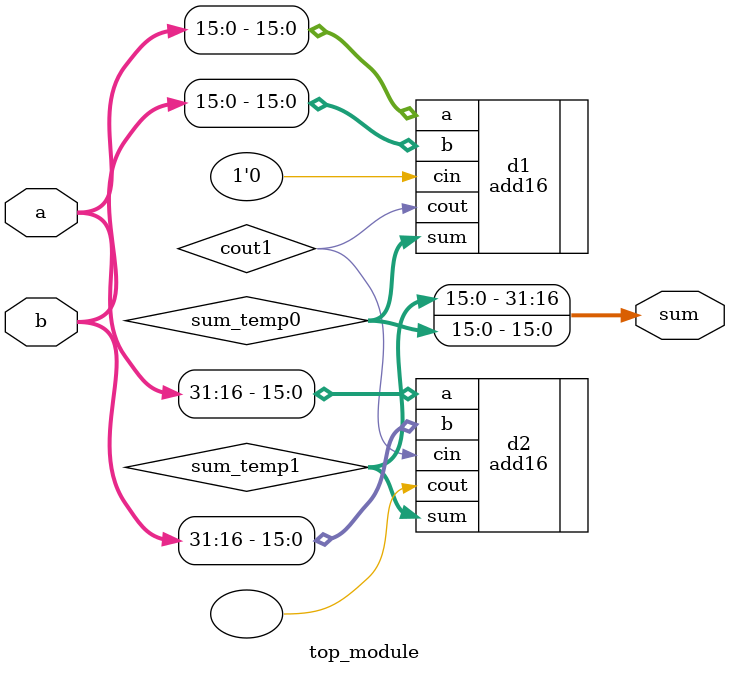
<source format=sv>
module top_module(
    input logic [31:0] a,
    input logic [31:0] b,
    output logic [31:0] sum
);

    wire logic [15:0] sum_temp0,sum_temp1;
    var logic cout1;
    add16 d1 (
        .a(a[15:0]),
        .b(b[15:0]),
        .cin(1'd0),
        .sum(sum_temp0),
        .cout(cout1)
    );
    
    add16 d2 (
        .a(a[31:16]),
        .b(b[31:16]),
        .cin(cout1),
        .sum(sum_temp1),
        .cout()
    );
    
    assign sum = {sum_temp1,sum_temp0} ;
endmodule

</source>
